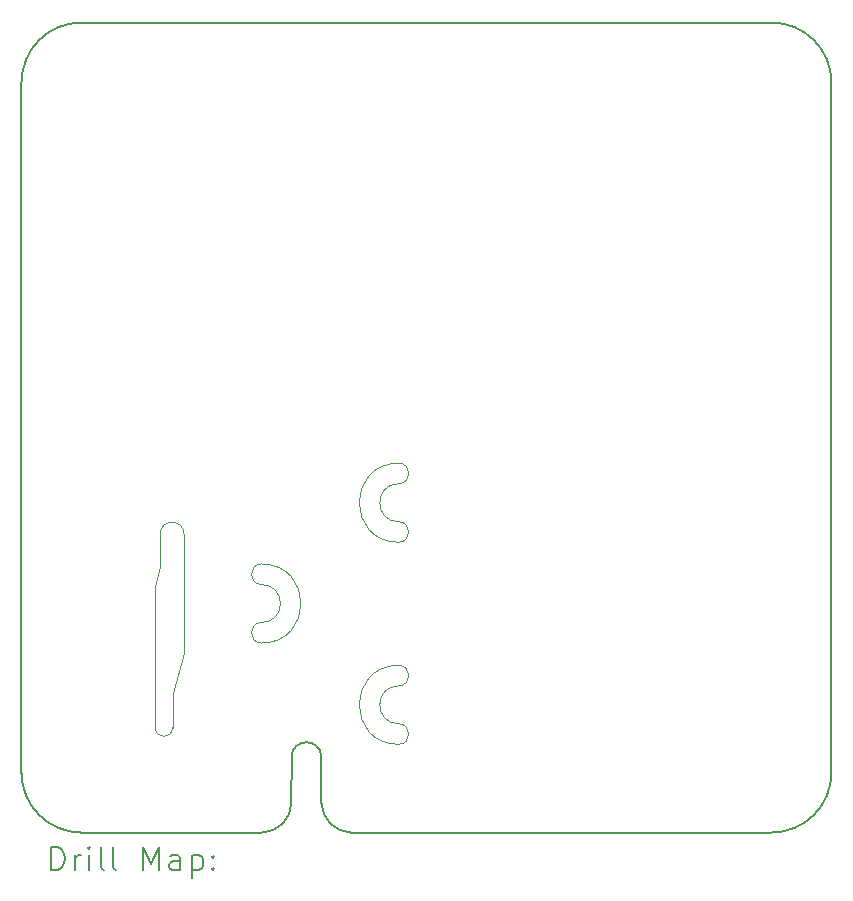
<source format=gbr>
%TF.GenerationSoftware,KiCad,Pcbnew,7.0.10*%
%TF.CreationDate,2024-02-08T08:41:23+01:00*%
%TF.ProjectId,double_relay,646f7562-6c65-45f7-9265-6c61792e6b69,rev?*%
%TF.SameCoordinates,Original*%
%TF.FileFunction,Drillmap*%
%TF.FilePolarity,Positive*%
%FSLAX45Y45*%
G04 Gerber Fmt 4.5, Leading zero omitted, Abs format (unit mm)*
G04 Created by KiCad (PCBNEW 7.0.10) date 2024-02-08 08:41:23*
%MOMM*%
%LPD*%
G01*
G04 APERTURE LIST*
%ADD10C,0.100000*%
%ADD11C,0.200000*%
G04 APERTURE END LIST*
D10*
X6455072Y-6873138D02*
X6455072Y-7878420D01*
X8273941Y-8651725D02*
G75*
G03*
X8273383Y-8477747I-1532J86985D01*
G01*
D11*
X11938000Y-3048000D02*
G75*
G03*
X11430000Y-2540000I-508000J0D01*
G01*
X5080000Y-8890000D02*
G75*
G03*
X5588000Y-9398000I508000J0D01*
G01*
X11430000Y-9398000D02*
G75*
G03*
X11938000Y-8890000I0J508000D01*
G01*
D10*
X8274141Y-6445051D02*
G75*
G03*
X8273879Y-6766668I359J-160809D01*
G01*
X8273370Y-7982154D02*
G75*
G03*
X8273941Y-8651721I920J-334783D01*
G01*
D11*
X7620000Y-9144000D02*
X7618949Y-8750647D01*
D10*
X7112000Y-7619994D02*
G75*
G03*
X7112558Y-7793974I1530J-86986D01*
G01*
D11*
X5080000Y-3048000D02*
X5080000Y-8890000D01*
X7366000Y-9144000D02*
X7366332Y-8756662D01*
X7618950Y-8750647D02*
G75*
G03*
X7366332Y-8756662I-126145J-9906D01*
G01*
D10*
X8274154Y-6940642D02*
G75*
G03*
X8273596Y-6766670I-1534J86982D01*
G01*
D11*
X5588000Y-2540000D02*
G75*
G03*
X5080000Y-3048000I0J-508000D01*
G01*
X11430000Y-2540000D02*
X5588000Y-2540000D01*
X7620000Y-9144000D02*
G75*
G03*
X7874000Y-9398000I254000J0D01*
G01*
D10*
X7111987Y-7124407D02*
G75*
G03*
X7112545Y-7298381I1533J-86983D01*
G01*
X6213690Y-8511691D02*
X6210851Y-7307624D01*
D11*
X11938000Y-8890000D02*
X11938000Y-3048000D01*
D10*
X6210851Y-7307624D02*
X6253447Y-7151436D01*
X6455072Y-7878420D02*
X6358519Y-8219194D01*
X6358519Y-8219194D02*
X6358519Y-8511691D01*
X8273928Y-8156134D02*
G75*
G03*
X8273666Y-8477745I362J-160806D01*
G01*
D11*
X7874000Y-9398000D02*
X11430000Y-9398000D01*
D10*
X6253447Y-7151436D02*
X6254236Y-6870278D01*
X7112558Y-7793974D02*
G75*
G03*
X7111987Y-7124407I-920J334783D01*
G01*
X8274142Y-6445055D02*
G75*
G03*
X8273583Y-6271077I-1532J86985D01*
G01*
D11*
X7112000Y-9398000D02*
G75*
G03*
X7366000Y-9144000I0J254000D01*
G01*
D10*
X6213690Y-8511691D02*
G75*
G03*
X6358519Y-8511691I72414J0D01*
G01*
X8273583Y-6271077D02*
G75*
G03*
X8274154Y-6940644I920J-334783D01*
G01*
X6455064Y-6873137D02*
G75*
G03*
X6254236Y-6870278I-100414J1428D01*
G01*
X8273928Y-8156118D02*
G75*
G03*
X8273370Y-7982154I-1528J86978D01*
G01*
X7112000Y-7619998D02*
G75*
G03*
X7112262Y-7298383I-360J160808D01*
G01*
D11*
X7112000Y-9398000D02*
X5588000Y-9398000D01*
X5330777Y-9719484D02*
X5330777Y-9519484D01*
X5330777Y-9519484D02*
X5378396Y-9519484D01*
X5378396Y-9519484D02*
X5406967Y-9529008D01*
X5406967Y-9529008D02*
X5426015Y-9548055D01*
X5426015Y-9548055D02*
X5435539Y-9567103D01*
X5435539Y-9567103D02*
X5445063Y-9605198D01*
X5445063Y-9605198D02*
X5445063Y-9633770D01*
X5445063Y-9633770D02*
X5435539Y-9671865D01*
X5435539Y-9671865D02*
X5426015Y-9690912D01*
X5426015Y-9690912D02*
X5406967Y-9709960D01*
X5406967Y-9709960D02*
X5378396Y-9719484D01*
X5378396Y-9719484D02*
X5330777Y-9719484D01*
X5530777Y-9719484D02*
X5530777Y-9586150D01*
X5530777Y-9624246D02*
X5540301Y-9605198D01*
X5540301Y-9605198D02*
X5549824Y-9595674D01*
X5549824Y-9595674D02*
X5568872Y-9586150D01*
X5568872Y-9586150D02*
X5587920Y-9586150D01*
X5654586Y-9719484D02*
X5654586Y-9586150D01*
X5654586Y-9519484D02*
X5645062Y-9529008D01*
X5645062Y-9529008D02*
X5654586Y-9538531D01*
X5654586Y-9538531D02*
X5664110Y-9529008D01*
X5664110Y-9529008D02*
X5654586Y-9519484D01*
X5654586Y-9519484D02*
X5654586Y-9538531D01*
X5778396Y-9719484D02*
X5759348Y-9709960D01*
X5759348Y-9709960D02*
X5749824Y-9690912D01*
X5749824Y-9690912D02*
X5749824Y-9519484D01*
X5883158Y-9719484D02*
X5864110Y-9709960D01*
X5864110Y-9709960D02*
X5854586Y-9690912D01*
X5854586Y-9690912D02*
X5854586Y-9519484D01*
X6111729Y-9719484D02*
X6111729Y-9519484D01*
X6111729Y-9519484D02*
X6178396Y-9662341D01*
X6178396Y-9662341D02*
X6245062Y-9519484D01*
X6245062Y-9519484D02*
X6245062Y-9719484D01*
X6426015Y-9719484D02*
X6426015Y-9614722D01*
X6426015Y-9614722D02*
X6416491Y-9595674D01*
X6416491Y-9595674D02*
X6397443Y-9586150D01*
X6397443Y-9586150D02*
X6359348Y-9586150D01*
X6359348Y-9586150D02*
X6340301Y-9595674D01*
X6426015Y-9709960D02*
X6406967Y-9719484D01*
X6406967Y-9719484D02*
X6359348Y-9719484D01*
X6359348Y-9719484D02*
X6340301Y-9709960D01*
X6340301Y-9709960D02*
X6330777Y-9690912D01*
X6330777Y-9690912D02*
X6330777Y-9671865D01*
X6330777Y-9671865D02*
X6340301Y-9652817D01*
X6340301Y-9652817D02*
X6359348Y-9643293D01*
X6359348Y-9643293D02*
X6406967Y-9643293D01*
X6406967Y-9643293D02*
X6426015Y-9633770D01*
X6521253Y-9586150D02*
X6521253Y-9786150D01*
X6521253Y-9595674D02*
X6540301Y-9586150D01*
X6540301Y-9586150D02*
X6578396Y-9586150D01*
X6578396Y-9586150D02*
X6597443Y-9595674D01*
X6597443Y-9595674D02*
X6606967Y-9605198D01*
X6606967Y-9605198D02*
X6616491Y-9624246D01*
X6616491Y-9624246D02*
X6616491Y-9681389D01*
X6616491Y-9681389D02*
X6606967Y-9700436D01*
X6606967Y-9700436D02*
X6597443Y-9709960D01*
X6597443Y-9709960D02*
X6578396Y-9719484D01*
X6578396Y-9719484D02*
X6540301Y-9719484D01*
X6540301Y-9719484D02*
X6521253Y-9709960D01*
X6702205Y-9700436D02*
X6711729Y-9709960D01*
X6711729Y-9709960D02*
X6702205Y-9719484D01*
X6702205Y-9719484D02*
X6692682Y-9709960D01*
X6692682Y-9709960D02*
X6702205Y-9700436D01*
X6702205Y-9700436D02*
X6702205Y-9719484D01*
X6702205Y-9595674D02*
X6711729Y-9605198D01*
X6711729Y-9605198D02*
X6702205Y-9614722D01*
X6702205Y-9614722D02*
X6692682Y-9605198D01*
X6692682Y-9605198D02*
X6702205Y-9595674D01*
X6702205Y-9595674D02*
X6702205Y-9614722D01*
M02*

</source>
